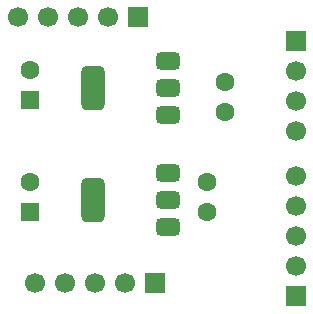
<source format=gbr>
%TF.GenerationSoftware,KiCad,Pcbnew,9.0.7*%
%TF.CreationDate,2026-02-08T21:28:46-06:00*%
%TF.ProjectId,Power,506f7765-722e-46b6-9963-61645f706362,rev?*%
%TF.SameCoordinates,Original*%
%TF.FileFunction,Soldermask,Top*%
%TF.FilePolarity,Negative*%
%FSLAX46Y46*%
G04 Gerber Fmt 4.6, Leading zero omitted, Abs format (unit mm)*
G04 Created by KiCad (PCBNEW 9.0.7) date 2026-02-08 21:28:46*
%MOMM*%
%LPD*%
G01*
G04 APERTURE LIST*
G04 Aperture macros list*
%AMRoundRect*
0 Rectangle with rounded corners*
0 $1 Rounding radius*
0 $2 $3 $4 $5 $6 $7 $8 $9 X,Y pos of 4 corners*
0 Add a 4 corners polygon primitive as box body*
4,1,4,$2,$3,$4,$5,$6,$7,$8,$9,$2,$3,0*
0 Add four circle primitives for the rounded corners*
1,1,$1+$1,$2,$3*
1,1,$1+$1,$4,$5*
1,1,$1+$1,$6,$7*
1,1,$1+$1,$8,$9*
0 Add four rect primitives between the rounded corners*
20,1,$1+$1,$2,$3,$4,$5,0*
20,1,$1+$1,$4,$5,$6,$7,0*
20,1,$1+$1,$6,$7,$8,$9,0*
20,1,$1+$1,$8,$9,$2,$3,0*%
G04 Aperture macros list end*
%ADD10R,1.700000X1.700000*%
%ADD11C,1.700000*%
%ADD12RoundRect,0.375000X0.625000X0.375000X-0.625000X0.375000X-0.625000X-0.375000X0.625000X-0.375000X0*%
%ADD13RoundRect,0.500000X0.500000X1.400000X-0.500000X1.400000X-0.500000X-1.400000X0.500000X-1.400000X0*%
%ADD14RoundRect,0.250000X0.550000X-0.550000X0.550000X0.550000X-0.550000X0.550000X-0.550000X-0.550000X0*%
%ADD15C,1.600000*%
G04 APERTURE END LIST*
D10*
%TO.C,USB-C*%
X205000000Y-88500000D03*
D11*
X205000000Y-91040000D03*
X205000000Y-93580000D03*
X205000000Y-96120000D03*
%TD*%
D12*
%TO.C,5.0 VR*%
X194150000Y-94800000D03*
X194150000Y-92500000D03*
D13*
X187850000Y-92500000D03*
D12*
X194150000Y-90200000D03*
%TD*%
%TO.C,3.3 VR*%
X194150000Y-104300000D03*
X194150000Y-102000000D03*
D13*
X187850000Y-102000000D03*
D12*
X194150000Y-99700000D03*
%TD*%
D10*
%TO.C,GND*%
X205000000Y-110160000D03*
D11*
X205000000Y-107620000D03*
X205000000Y-105080000D03*
X205000000Y-102540000D03*
X205000000Y-100000000D03*
%TD*%
D10*
%TO.C,J1*%
X193040000Y-109000000D03*
D11*
X190500000Y-109000000D03*
X187960000Y-109000000D03*
X185420000Y-109000000D03*
X182880000Y-109000000D03*
%TD*%
D14*
%TO.C,C4*%
X182500000Y-103000000D03*
D15*
X182500000Y-100500000D03*
%TD*%
%TO.C,C2*%
X197500000Y-100500000D03*
X197500000Y-103000000D03*
%TD*%
D10*
%TO.C,J2*%
X191580000Y-86500000D03*
D11*
X189040000Y-86500000D03*
X186500000Y-86500000D03*
X183960000Y-86500000D03*
X181420000Y-86500000D03*
%TD*%
D14*
%TO.C,C3*%
X182500000Y-93500000D03*
D15*
X182500000Y-91000000D03*
%TD*%
%TO.C,C1*%
X199000000Y-94500000D03*
X199000000Y-92000000D03*
%TD*%
M02*

</source>
